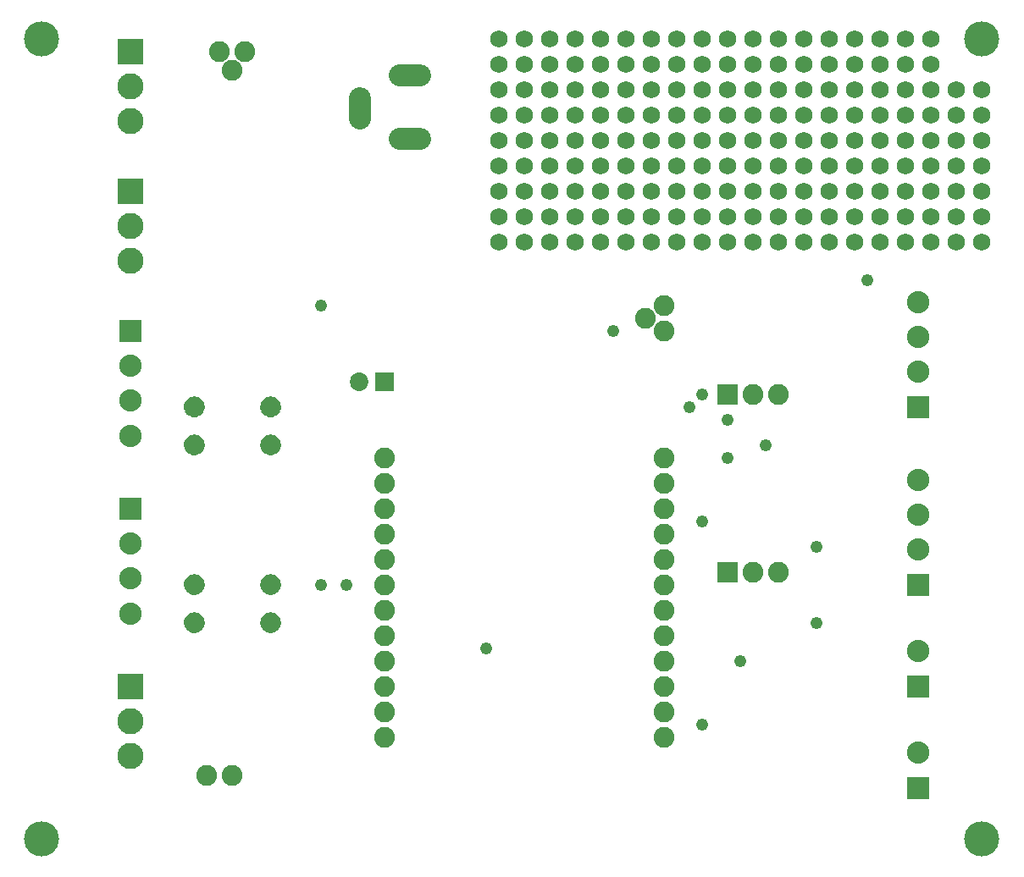
<source format=gbs>
G75*
%MOIN*%
%OFA0B0*%
%FSLAX25Y25*%
%IPPOS*%
%LPD*%
%AMOC8*
5,1,8,0,0,1.08239X$1,22.5*
%
%ADD10R,0.08800X0.08800*%
%ADD11C,0.08800*%
%ADD12C,0.08200*%
%ADD13R,0.10300X0.10300*%
%ADD14C,0.10300*%
%ADD15C,0.08674*%
%ADD16R,0.08200X0.08200*%
%ADD17C,0.13800*%
%ADD18C,0.07300*%
%ADD19R,0.07300X0.07300*%
%ADD20C,0.00500*%
%ADD21C,0.04762*%
%ADD22C,0.06800*%
D10*
X0051800Y0146800D03*
X0051800Y0216800D03*
X0361800Y0186800D03*
X0361800Y0116800D03*
X0361800Y0076800D03*
X0361800Y0036800D03*
D11*
X0361800Y0050580D03*
X0361800Y0090580D03*
X0361800Y0130580D03*
X0361800Y0144359D03*
X0361800Y0158139D03*
X0361800Y0200580D03*
X0361800Y0214359D03*
X0361800Y0228139D03*
X0051800Y0203020D03*
X0051800Y0189241D03*
X0051800Y0175461D03*
X0051800Y0133020D03*
X0051800Y0119241D03*
X0051800Y0105461D03*
D12*
X0081800Y0041800D03*
X0091800Y0041800D03*
X0151800Y0056800D03*
X0151800Y0066800D03*
X0151800Y0076800D03*
X0151800Y0086800D03*
X0151800Y0096800D03*
X0151800Y0106800D03*
X0151800Y0116800D03*
X0151800Y0126800D03*
X0151800Y0136800D03*
X0151800Y0146800D03*
X0151800Y0156800D03*
X0151800Y0166800D03*
X0254300Y0221800D03*
X0261800Y0226800D03*
X0261800Y0216800D03*
X0296800Y0191800D03*
X0306800Y0191800D03*
X0261800Y0166800D03*
X0261800Y0156800D03*
X0261800Y0146800D03*
X0261800Y0136800D03*
X0261800Y0126800D03*
X0261800Y0116800D03*
X0261800Y0106800D03*
X0261800Y0096800D03*
X0261800Y0086800D03*
X0261800Y0076800D03*
X0261800Y0066800D03*
X0261800Y0056800D03*
X0296800Y0121800D03*
X0306800Y0121800D03*
X0091800Y0319300D03*
X0086800Y0326800D03*
X0096800Y0326800D03*
D13*
X0051800Y0326800D03*
X0051800Y0271800D03*
X0051800Y0076800D03*
D14*
X0051800Y0063020D03*
X0051800Y0049241D03*
X0051800Y0244241D03*
X0051800Y0258020D03*
X0051800Y0299241D03*
X0051800Y0313020D03*
D15*
X0141957Y0308217D02*
X0141957Y0300343D01*
X0157706Y0292469D02*
X0165580Y0292469D01*
X0165580Y0317272D02*
X0157706Y0317272D01*
D16*
X0286800Y0191800D03*
X0286800Y0121800D03*
D17*
X0016800Y0016800D03*
X0016800Y0331800D03*
X0386800Y0331800D03*
X0386800Y0016800D03*
D18*
X0141800Y0196800D03*
D19*
X0151800Y0196800D03*
D20*
X0110469Y0187613D02*
X0110550Y0186890D01*
X0110500Y0186230D01*
X0110336Y0185589D01*
X0110064Y0184986D01*
X0109691Y0184440D01*
X0109229Y0183966D01*
X0108691Y0183581D01*
X0108095Y0183294D01*
X0107458Y0183115D01*
X0106800Y0183050D01*
X0106142Y0183117D01*
X0105505Y0183297D01*
X0104910Y0183586D01*
X0104373Y0183973D01*
X0103912Y0184448D01*
X0103541Y0184995D01*
X0103270Y0185599D01*
X0103108Y0186240D01*
X0103060Y0186900D01*
X0103138Y0187619D01*
X0103356Y0188309D01*
X0103704Y0188944D01*
X0104169Y0189498D01*
X0104733Y0189951D01*
X0105375Y0190285D01*
X0106069Y0190487D01*
X0106790Y0190550D01*
X0107515Y0190488D01*
X0108214Y0190287D01*
X0108860Y0189952D01*
X0109428Y0189498D01*
X0109897Y0188942D01*
X0110248Y0188306D01*
X0110469Y0187613D01*
X0110455Y0187655D02*
X0103150Y0187655D01*
X0103088Y0187157D02*
X0110520Y0187157D01*
X0110532Y0186658D02*
X0103077Y0186658D01*
X0103128Y0186160D02*
X0110482Y0186160D01*
X0110355Y0185661D02*
X0103254Y0185661D01*
X0103465Y0185163D02*
X0110144Y0185163D01*
X0109844Y0184664D02*
X0103765Y0184664D01*
X0104186Y0184166D02*
X0109424Y0184166D01*
X0108812Y0183667D02*
X0104797Y0183667D01*
X0105959Y0183169D02*
X0107650Y0183169D01*
X0110296Y0188154D02*
X0103307Y0188154D01*
X0103544Y0188652D02*
X0110057Y0188652D01*
X0109721Y0189151D02*
X0103878Y0189151D01*
X0104358Y0189649D02*
X0109239Y0189649D01*
X0108482Y0190148D02*
X0105112Y0190148D01*
X0106069Y0175487D02*
X0106790Y0175550D01*
X0107515Y0175488D01*
X0108214Y0175287D01*
X0108860Y0174952D01*
X0109428Y0174498D01*
X0109897Y0173942D01*
X0110248Y0173306D01*
X0110469Y0172613D01*
X0110550Y0171890D01*
X0110500Y0171230D01*
X0110336Y0170589D01*
X0110064Y0169986D01*
X0109691Y0169440D01*
X0109229Y0168966D01*
X0108691Y0168581D01*
X0108095Y0168294D01*
X0107458Y0168115D01*
X0106800Y0168050D01*
X0106142Y0168117D01*
X0105505Y0168297D01*
X0104910Y0168586D01*
X0104373Y0168973D01*
X0103912Y0169448D01*
X0103541Y0169995D01*
X0103270Y0170599D01*
X0103108Y0171240D01*
X0103060Y0171900D01*
X0103138Y0172619D01*
X0103356Y0173309D01*
X0103704Y0173944D01*
X0104169Y0174498D01*
X0104733Y0174951D01*
X0105375Y0175285D01*
X0106069Y0175487D01*
X0105198Y0175193D02*
X0108395Y0175193D01*
X0109183Y0174694D02*
X0104413Y0174694D01*
X0103915Y0174196D02*
X0109683Y0174196D01*
X0110032Y0173697D02*
X0103569Y0173697D01*
X0103321Y0173199D02*
X0110282Y0173199D01*
X0110441Y0172700D02*
X0103164Y0172700D01*
X0103093Y0172202D02*
X0110515Y0172202D01*
X0110536Y0171703D02*
X0103074Y0171703D01*
X0103117Y0171205D02*
X0110493Y0171205D01*
X0110366Y0170706D02*
X0103243Y0170706D01*
X0103445Y0170208D02*
X0110164Y0170208D01*
X0109875Y0169709D02*
X0103735Y0169709D01*
X0104143Y0169210D02*
X0109467Y0169210D01*
X0108874Y0168712D02*
X0104735Y0168712D01*
X0105801Y0168213D02*
X0107809Y0168213D01*
X0080470Y0171200D02*
X0080306Y0170559D01*
X0080034Y0169956D01*
X0079661Y0169410D01*
X0079199Y0168937D01*
X0078662Y0168551D01*
X0078065Y0168264D01*
X0077428Y0168085D01*
X0076770Y0168020D01*
X0076112Y0168087D01*
X0075475Y0168267D01*
X0074880Y0168556D01*
X0074343Y0168943D01*
X0073882Y0169418D01*
X0073511Y0169965D01*
X0073240Y0170569D01*
X0073078Y0171210D01*
X0073030Y0171870D01*
X0073109Y0172589D01*
X0073326Y0173279D01*
X0073674Y0173914D01*
X0074139Y0174468D01*
X0074703Y0174921D01*
X0075345Y0175255D01*
X0076039Y0175457D01*
X0076760Y0175520D01*
X0077485Y0175458D01*
X0078184Y0175257D01*
X0078830Y0174922D01*
X0079398Y0174469D01*
X0079867Y0173913D01*
X0080218Y0173276D01*
X0080439Y0172583D01*
X0080520Y0171860D01*
X0080470Y0171200D01*
X0080470Y0171205D02*
X0073079Y0171205D01*
X0073042Y0171703D02*
X0080508Y0171703D01*
X0080481Y0172202D02*
X0073066Y0172202D01*
X0073143Y0172700D02*
X0080401Y0172700D01*
X0080243Y0173199D02*
X0073301Y0173199D01*
X0073555Y0173697D02*
X0079986Y0173697D01*
X0079628Y0174196D02*
X0073910Y0174196D01*
X0074421Y0174694D02*
X0079116Y0174694D01*
X0078307Y0175193D02*
X0075225Y0175193D01*
X0073205Y0170706D02*
X0080344Y0170706D01*
X0080148Y0170208D02*
X0073402Y0170208D01*
X0073685Y0169709D02*
X0079865Y0169709D01*
X0079466Y0169210D02*
X0074084Y0169210D01*
X0074663Y0168712D02*
X0078886Y0168712D01*
X0077886Y0168213D02*
X0075666Y0168213D01*
X0076770Y0183020D02*
X0076112Y0183087D01*
X0075475Y0183267D01*
X0074880Y0183556D01*
X0074343Y0183943D01*
X0073882Y0184418D01*
X0073511Y0184965D01*
X0073240Y0185569D01*
X0073078Y0186210D01*
X0073030Y0186870D01*
X0073109Y0187589D01*
X0073326Y0188279D01*
X0073674Y0188914D01*
X0074139Y0189468D01*
X0074703Y0189921D01*
X0075345Y0190255D01*
X0076039Y0190457D01*
X0076760Y0190520D01*
X0077485Y0190458D01*
X0078184Y0190257D01*
X0078830Y0189922D01*
X0079398Y0189469D01*
X0079867Y0188913D01*
X0080218Y0188276D01*
X0080439Y0187583D01*
X0080520Y0186860D01*
X0080470Y0186200D01*
X0080306Y0185559D01*
X0080034Y0184956D01*
X0079661Y0184410D01*
X0079199Y0183937D01*
X0078662Y0183551D01*
X0078065Y0183264D01*
X0077428Y0183085D01*
X0076770Y0183020D01*
X0075823Y0183169D02*
X0077726Y0183169D01*
X0078824Y0183667D02*
X0074725Y0183667D01*
X0074127Y0184166D02*
X0079423Y0184166D01*
X0079835Y0184664D02*
X0073715Y0184664D01*
X0073422Y0185163D02*
X0080127Y0185163D01*
X0080332Y0185661D02*
X0073217Y0185661D01*
X0073091Y0186160D02*
X0080460Y0186160D01*
X0080505Y0186658D02*
X0073045Y0186658D01*
X0073061Y0187157D02*
X0080486Y0187157D01*
X0080416Y0187655D02*
X0073129Y0187655D01*
X0073286Y0188154D02*
X0080257Y0188154D01*
X0080010Y0188652D02*
X0073531Y0188652D01*
X0073873Y0189151D02*
X0079666Y0189151D01*
X0079172Y0189649D02*
X0074365Y0189649D01*
X0075140Y0190148D02*
X0078394Y0190148D01*
X0076760Y0120520D02*
X0076039Y0120457D01*
X0075345Y0120255D01*
X0074703Y0119921D01*
X0074139Y0119468D01*
X0073674Y0118914D01*
X0073326Y0118279D01*
X0073109Y0117589D01*
X0073030Y0116870D01*
X0073078Y0116210D01*
X0073240Y0115569D01*
X0073511Y0114965D01*
X0073882Y0114418D01*
X0074343Y0113943D01*
X0074880Y0113556D01*
X0075475Y0113267D01*
X0076112Y0113087D01*
X0076770Y0113020D01*
X0077428Y0113085D01*
X0078065Y0113264D01*
X0078662Y0113551D01*
X0079199Y0113937D01*
X0079661Y0114410D01*
X0080034Y0114956D01*
X0080306Y0115559D01*
X0080470Y0116200D01*
X0080520Y0116860D01*
X0080439Y0117583D01*
X0080218Y0118276D01*
X0079867Y0118913D01*
X0079398Y0119469D01*
X0078830Y0119922D01*
X0078184Y0120257D01*
X0077485Y0120458D01*
X0076760Y0120520D01*
X0075694Y0120356D02*
X0077838Y0120356D01*
X0078911Y0119858D02*
X0074625Y0119858D01*
X0074048Y0119359D02*
X0079490Y0119359D01*
X0079895Y0118861D02*
X0073645Y0118861D01*
X0073372Y0118362D02*
X0080171Y0118362D01*
X0080349Y0117864D02*
X0073195Y0117864D01*
X0073084Y0117365D02*
X0080463Y0117365D01*
X0080519Y0116867D02*
X0073030Y0116867D01*
X0073066Y0116368D02*
X0080483Y0116368D01*
X0080386Y0115870D02*
X0073164Y0115870D01*
X0073329Y0115371D02*
X0080222Y0115371D01*
X0079977Y0114873D02*
X0073573Y0114873D01*
X0073925Y0114374D02*
X0079626Y0114374D01*
X0079114Y0113876D02*
X0074437Y0113876D01*
X0075249Y0113377D02*
X0078301Y0113377D01*
X0077485Y0105458D02*
X0078184Y0105257D01*
X0078830Y0104922D01*
X0079398Y0104469D01*
X0079867Y0103913D01*
X0080218Y0103276D01*
X0080439Y0102583D01*
X0080520Y0101860D01*
X0080470Y0101200D01*
X0080306Y0100559D01*
X0080034Y0099956D01*
X0079661Y0099410D01*
X0079199Y0098937D01*
X0078662Y0098551D01*
X0078065Y0098264D01*
X0077428Y0098085D01*
X0076770Y0098020D01*
X0076112Y0098087D01*
X0075475Y0098267D01*
X0074880Y0098556D01*
X0074343Y0098943D01*
X0073882Y0099418D01*
X0073511Y0099965D01*
X0073240Y0100569D01*
X0073078Y0101210D01*
X0073030Y0101870D01*
X0073109Y0102589D01*
X0073326Y0103279D01*
X0073674Y0103914D01*
X0074139Y0104468D01*
X0074703Y0104921D01*
X0075345Y0105255D01*
X0076039Y0105457D01*
X0076760Y0105520D01*
X0077485Y0105458D01*
X0077684Y0105401D02*
X0075847Y0105401D01*
X0074680Y0104903D02*
X0078855Y0104903D01*
X0079452Y0104404D02*
X0074085Y0104404D01*
X0073669Y0103905D02*
X0079871Y0103905D01*
X0080146Y0103407D02*
X0073396Y0103407D01*
X0073209Y0102908D02*
X0080335Y0102908D01*
X0080458Y0102410D02*
X0073089Y0102410D01*
X0073034Y0101911D02*
X0080514Y0101911D01*
X0080486Y0101413D02*
X0073063Y0101413D01*
X0073153Y0100914D02*
X0080397Y0100914D01*
X0080242Y0100416D02*
X0073309Y0100416D01*
X0073543Y0099917D02*
X0080008Y0099917D01*
X0079667Y0099419D02*
X0073882Y0099419D01*
X0074375Y0098920D02*
X0079176Y0098920D01*
X0078394Y0098422D02*
X0075156Y0098422D01*
X0103108Y0101240D02*
X0103060Y0101900D01*
X0103138Y0102619D01*
X0103356Y0103309D01*
X0103704Y0103944D01*
X0104169Y0104498D01*
X0104733Y0104951D01*
X0105375Y0105285D01*
X0106069Y0105487D01*
X0106790Y0105550D01*
X0107515Y0105488D01*
X0108214Y0105287D01*
X0108860Y0104952D01*
X0109428Y0104498D01*
X0109897Y0103942D01*
X0110248Y0103306D01*
X0110469Y0102613D01*
X0110550Y0101890D01*
X0110500Y0101230D01*
X0110336Y0100589D01*
X0110064Y0099986D01*
X0109691Y0099440D01*
X0109229Y0098966D01*
X0108691Y0098581D01*
X0108095Y0098294D01*
X0107458Y0098115D01*
X0106800Y0098050D01*
X0106142Y0098117D01*
X0105505Y0098297D01*
X0104910Y0098586D01*
X0104373Y0098973D01*
X0103912Y0099448D01*
X0103541Y0099995D01*
X0103270Y0100599D01*
X0103108Y0101240D01*
X0103095Y0101413D02*
X0110514Y0101413D01*
X0110547Y0101911D02*
X0103061Y0101911D01*
X0103116Y0102410D02*
X0110491Y0102410D01*
X0110375Y0102908D02*
X0103230Y0102908D01*
X0103410Y0103407D02*
X0110192Y0103407D01*
X0109917Y0103905D02*
X0103683Y0103905D01*
X0104090Y0104404D02*
X0109508Y0104404D01*
X0108922Y0104903D02*
X0104673Y0104903D01*
X0105774Y0105401D02*
X0107817Y0105401D01*
X0110419Y0100914D02*
X0103190Y0100914D01*
X0103352Y0100416D02*
X0110258Y0100416D01*
X0110017Y0099917D02*
X0103593Y0099917D01*
X0103940Y0099419D02*
X0109671Y0099419D01*
X0109165Y0098920D02*
X0104446Y0098920D01*
X0105248Y0098422D02*
X0108361Y0098422D01*
X0106800Y0113050D02*
X0106142Y0113117D01*
X0105505Y0113297D01*
X0104910Y0113586D01*
X0104373Y0113973D01*
X0103912Y0114448D01*
X0103541Y0114995D01*
X0103270Y0115599D01*
X0103108Y0116240D01*
X0103060Y0116900D01*
X0103138Y0117619D01*
X0103356Y0118309D01*
X0103704Y0118944D01*
X0104169Y0119498D01*
X0104733Y0119951D01*
X0105375Y0120285D01*
X0106069Y0120487D01*
X0106790Y0120550D01*
X0107515Y0120488D01*
X0108214Y0120287D01*
X0108860Y0119952D01*
X0109428Y0119498D01*
X0109897Y0118942D01*
X0110248Y0118306D01*
X0110469Y0117613D01*
X0110550Y0116890D01*
X0110500Y0116230D01*
X0110336Y0115589D01*
X0110064Y0114986D01*
X0109691Y0114440D01*
X0109229Y0113966D01*
X0108691Y0113581D01*
X0108095Y0113294D01*
X0107458Y0113115D01*
X0106800Y0113050D01*
X0105340Y0113377D02*
X0108269Y0113377D01*
X0109103Y0113876D02*
X0104508Y0113876D01*
X0103984Y0114374D02*
X0109627Y0114374D01*
X0109987Y0114873D02*
X0103624Y0114873D01*
X0103372Y0115371D02*
X0110238Y0115371D01*
X0110408Y0115870D02*
X0103201Y0115870D01*
X0103099Y0116368D02*
X0110510Y0116368D01*
X0110548Y0116867D02*
X0103062Y0116867D01*
X0103111Y0117365D02*
X0110496Y0117365D01*
X0110389Y0117864D02*
X0103216Y0117864D01*
X0103385Y0118362D02*
X0110217Y0118362D01*
X0109942Y0118861D02*
X0103658Y0118861D01*
X0104053Y0119359D02*
X0109545Y0119359D01*
X0108978Y0119858D02*
X0104617Y0119858D01*
X0105621Y0120356D02*
X0107972Y0120356D01*
D21*
X0126800Y0116800D03*
X0136800Y0116800D03*
X0191800Y0091800D03*
X0261800Y0106800D03*
X0291800Y0086800D03*
X0276800Y0061800D03*
X0321800Y0101800D03*
X0321800Y0131800D03*
X0286800Y0166800D03*
X0301800Y0171800D03*
X0286800Y0181800D03*
X0276800Y0191800D03*
X0271800Y0186800D03*
X0261800Y0166800D03*
X0276800Y0141800D03*
X0241800Y0216800D03*
X0341800Y0236800D03*
X0126800Y0226800D03*
D22*
X0196800Y0251800D03*
X0196800Y0261800D03*
X0196800Y0271800D03*
X0196800Y0281800D03*
X0196800Y0291800D03*
X0196800Y0301800D03*
X0196800Y0311800D03*
X0196800Y0321800D03*
X0196800Y0331800D03*
X0206800Y0331800D03*
X0216800Y0331800D03*
X0216800Y0321800D03*
X0206800Y0321800D03*
X0206800Y0311800D03*
X0216800Y0311800D03*
X0216800Y0301800D03*
X0206800Y0301800D03*
X0206800Y0291800D03*
X0206800Y0281800D03*
X0216800Y0281800D03*
X0216800Y0291800D03*
X0226800Y0291800D03*
X0226800Y0281800D03*
X0236800Y0281800D03*
X0236800Y0291800D03*
X0236800Y0301800D03*
X0226800Y0301800D03*
X0226800Y0311800D03*
X0236800Y0311800D03*
X0236800Y0321800D03*
X0226800Y0321800D03*
X0226800Y0331800D03*
X0236800Y0331800D03*
X0246800Y0331800D03*
X0256800Y0331800D03*
X0256800Y0321800D03*
X0246800Y0321800D03*
X0246800Y0311800D03*
X0256800Y0311800D03*
X0256800Y0301800D03*
X0246800Y0301800D03*
X0246800Y0291800D03*
X0246800Y0281800D03*
X0256800Y0281800D03*
X0256800Y0291800D03*
X0266800Y0291800D03*
X0266800Y0281800D03*
X0276800Y0281800D03*
X0276800Y0291800D03*
X0276800Y0301800D03*
X0266800Y0301800D03*
X0266800Y0311800D03*
X0276800Y0311800D03*
X0276800Y0321800D03*
X0266800Y0321800D03*
X0266800Y0331800D03*
X0276800Y0331800D03*
X0286800Y0331800D03*
X0296800Y0331800D03*
X0296800Y0321800D03*
X0286800Y0321800D03*
X0286800Y0311800D03*
X0296800Y0311800D03*
X0296800Y0301800D03*
X0286800Y0301800D03*
X0286800Y0291800D03*
X0286800Y0281800D03*
X0296800Y0281800D03*
X0296800Y0291800D03*
X0306800Y0291800D03*
X0306800Y0281800D03*
X0316800Y0281800D03*
X0316800Y0291800D03*
X0326800Y0291800D03*
X0326800Y0281800D03*
X0326800Y0271800D03*
X0316800Y0271800D03*
X0306800Y0271800D03*
X0306800Y0261800D03*
X0316800Y0261800D03*
X0326800Y0261800D03*
X0326800Y0251800D03*
X0316800Y0251800D03*
X0306800Y0251800D03*
X0296800Y0251800D03*
X0286800Y0251800D03*
X0286800Y0261800D03*
X0296800Y0261800D03*
X0296800Y0271800D03*
X0286800Y0271800D03*
X0276800Y0271800D03*
X0266800Y0271800D03*
X0266800Y0261800D03*
X0276800Y0261800D03*
X0276800Y0251800D03*
X0266800Y0251800D03*
X0256800Y0251800D03*
X0246800Y0251800D03*
X0246800Y0261800D03*
X0256800Y0261800D03*
X0256800Y0271800D03*
X0246800Y0271800D03*
X0236800Y0271800D03*
X0226800Y0271800D03*
X0226800Y0261800D03*
X0236800Y0261800D03*
X0236800Y0251800D03*
X0226800Y0251800D03*
X0216800Y0251800D03*
X0206800Y0251800D03*
X0206800Y0261800D03*
X0216800Y0261800D03*
X0216800Y0271800D03*
X0206800Y0271800D03*
X0306800Y0301800D03*
X0316800Y0301800D03*
X0326800Y0301800D03*
X0326800Y0311800D03*
X0316800Y0311800D03*
X0306800Y0311800D03*
X0306800Y0321800D03*
X0316800Y0321800D03*
X0326800Y0321800D03*
X0326800Y0331800D03*
X0316800Y0331800D03*
X0306800Y0331800D03*
X0336800Y0331800D03*
X0346800Y0331800D03*
X0346800Y0321800D03*
X0336800Y0321800D03*
X0336800Y0311800D03*
X0346800Y0311800D03*
X0346800Y0301800D03*
X0336800Y0301800D03*
X0336800Y0291800D03*
X0336800Y0281800D03*
X0346800Y0281800D03*
X0346800Y0291800D03*
X0356800Y0291800D03*
X0356800Y0281800D03*
X0366800Y0281800D03*
X0366800Y0291800D03*
X0366800Y0301800D03*
X0356800Y0301800D03*
X0356800Y0311800D03*
X0366800Y0311800D03*
X0366800Y0321800D03*
X0356800Y0321800D03*
X0356800Y0331800D03*
X0366800Y0331800D03*
X0376800Y0311800D03*
X0386800Y0311800D03*
X0386800Y0301800D03*
X0376800Y0301800D03*
X0376800Y0291800D03*
X0376800Y0281800D03*
X0386800Y0281800D03*
X0386800Y0291800D03*
X0386800Y0271800D03*
X0376800Y0271800D03*
X0376800Y0261800D03*
X0386800Y0261800D03*
X0386800Y0251800D03*
X0376800Y0251800D03*
X0366800Y0251800D03*
X0356800Y0251800D03*
X0356800Y0261800D03*
X0366800Y0261800D03*
X0366800Y0271800D03*
X0356800Y0271800D03*
X0346800Y0271800D03*
X0336800Y0271800D03*
X0336800Y0261800D03*
X0346800Y0261800D03*
X0346800Y0251800D03*
X0336800Y0251800D03*
M02*

</source>
